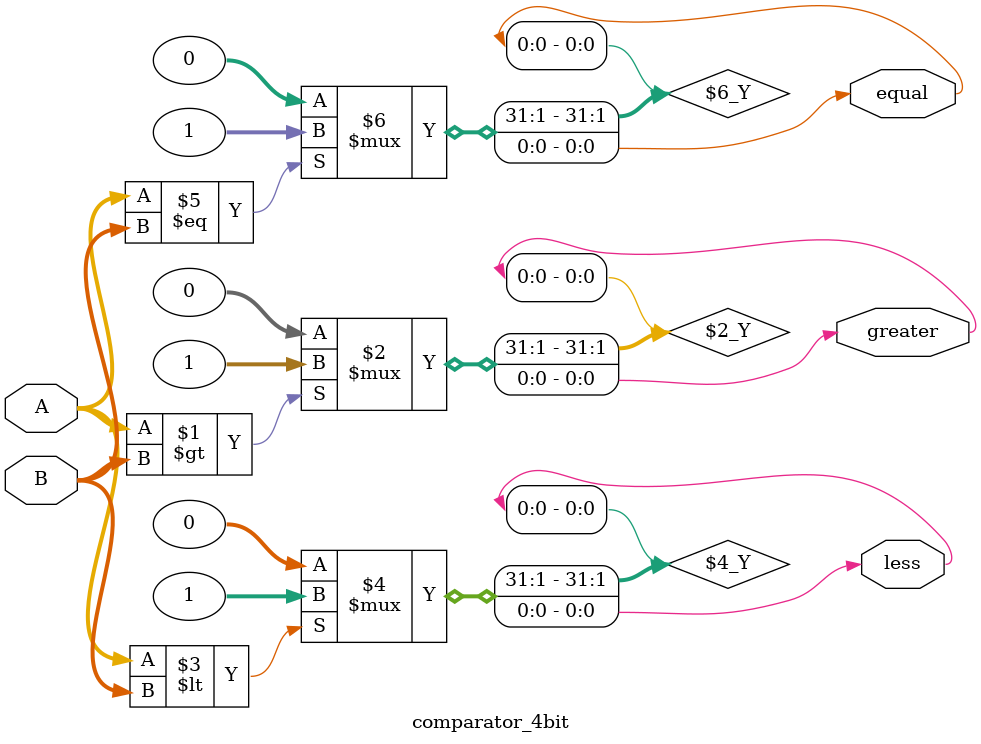
<source format=v>
module comparator_4bit(
input [3:0]A,
input [3:0]B,
output  less,
output  greater,
output  equal
);

assign greater=A>B?1:0;
assign less=A<B?1:0;
assign equal=(A==B)?1:0;


endmodule

</source>
